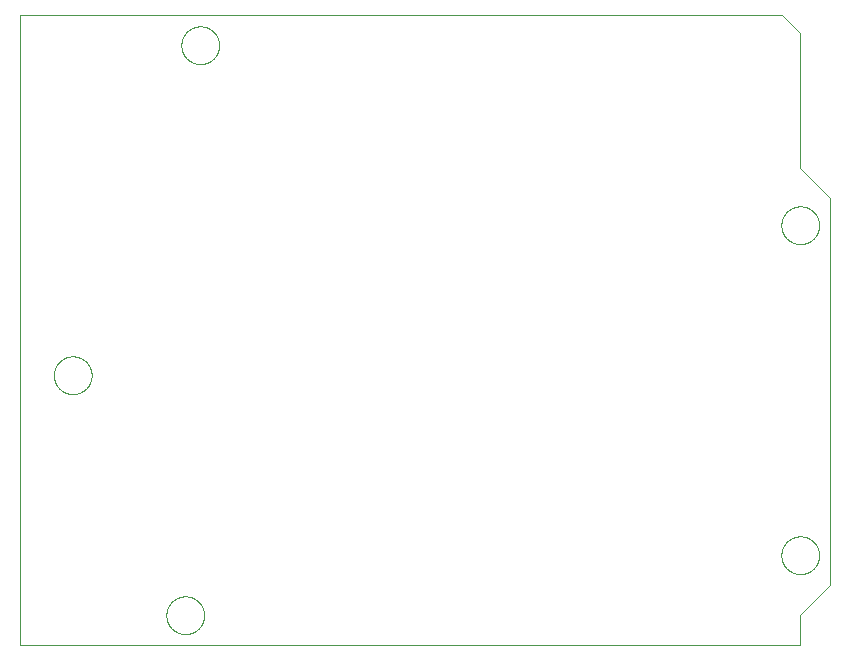
<source format=gko>
G04 This is an RS-274x file exported by *
G04 gerbv version 2.6.1 *
G04 More information is available about gerbv at *
G04 http://gerbv.geda-project.org/ *
G04 --End of header info--*
%MOIN*%
%FSLAX34Y34*%
%IPPOS*%
G04 --Define apertures--*
%ADD10C,0.0000*%
G04 --Start main section--*
G54D10*
G01X0002260Y0000500D02*
G01X0002260Y0021500D01*
G01X0002260Y0021500D02*
G01X0027660Y0021500D01*
G01X0027660Y0021500D02*
G01X0028260Y0020900D01*
G01X0028260Y0020900D02*
G01X0028260Y0016400D01*
G01X0028260Y0016400D02*
G01X0029260Y0015400D01*
G01X0029260Y0015400D02*
G01X0029260Y0002500D01*
G01X0029260Y0002500D02*
G01X0028260Y0001500D01*
G01X0028260Y0001500D02*
G01X0028260Y0000500D01*
G01X0028260Y0000500D02*
G01X0002260Y0000500D01*
G01X0007130Y0001500D02*
G01X0007130Y0001516D01*
G01X0007130Y0001516D02*
G01X0007130Y0001532D01*
G01X0007130Y0001532D02*
G01X0007131Y0001547D01*
G01X0007131Y0001547D02*
G01X0007133Y0001563D01*
G01X0007133Y0001563D02*
G01X0007135Y0001579D01*
G01X0007135Y0001579D02*
G01X0007137Y0001595D01*
G01X0007137Y0001595D02*
G01X0007139Y0001610D01*
G01X0007139Y0001610D02*
G01X0007142Y0001626D01*
G01X0007142Y0001626D02*
G01X0007146Y0001641D01*
G01X0007146Y0001641D02*
G01X0007149Y0001657D01*
G01X0007149Y0001657D02*
G01X0007154Y0001672D01*
G01X0007154Y0001672D02*
G01X0007158Y0001687D01*
G01X0007158Y0001687D02*
G01X0007163Y0001702D01*
G01X0007163Y0001702D02*
G01X0007168Y0001717D01*
G01X0007168Y0001717D02*
G01X0007174Y0001732D01*
G01X0007174Y0001732D02*
G01X0007180Y0001747D01*
G01X0007180Y0001747D02*
G01X0007186Y0001761D01*
G01X0007186Y0001761D02*
G01X0007193Y0001775D01*
G01X0007193Y0001775D02*
G01X0007200Y0001790D01*
G01X0007200Y0001790D02*
G01X0007208Y0001804D01*
G01X0007208Y0001804D02*
G01X0007215Y0001817D01*
G01X0007215Y0001817D02*
G01X0007224Y0001831D01*
G01X0007224Y0001831D02*
G01X0007232Y0001844D01*
G01X0007232Y0001844D02*
G01X0007241Y0001857D01*
G01X0007241Y0001857D02*
G01X0007250Y0001870D01*
G01X0007250Y0001870D02*
G01X0007259Y0001883D01*
G01X0007259Y0001883D02*
G01X0007269Y0001895D01*
G01X0007269Y0001895D02*
G01X0007279Y0001908D01*
G01X0007279Y0001908D02*
G01X0007290Y0001920D01*
G01X0007290Y0001920D02*
G01X0007300Y0001931D01*
G01X0007300Y0001931D02*
G01X0007311Y0001943D01*
G01X0007311Y0001943D02*
G01X0007323Y0001954D01*
G01X0007323Y0001954D02*
G01X0007334Y0001965D01*
G01X0007334Y0001965D02*
G01X0007346Y0001975D01*
G01X0007346Y0001975D02*
G01X0007358Y0001985D01*
G01X0007358Y0001985D02*
G01X0007370Y0001995D01*
G01X0007370Y0001995D02*
G01X0007383Y0002005D01*
G01X0007383Y0002005D02*
G01X0007396Y0002014D01*
G01X0007396Y0002014D02*
G01X0007409Y0002023D01*
G01X0007409Y0002023D02*
G01X0007422Y0002032D01*
G01X0007422Y0002032D02*
G01X0007436Y0002040D01*
G01X0007436Y0002040D02*
G01X0007449Y0002048D01*
G01X0007449Y0002048D02*
G01X0007463Y0002056D01*
G01X0007463Y0002056D02*
G01X0007477Y0002063D01*
G01X0007477Y0002063D02*
G01X0007491Y0002070D01*
G01X0007491Y0002070D02*
G01X0007506Y0002077D01*
G01X0007506Y0002077D02*
G01X0007520Y0002083D01*
G01X0007520Y0002083D02*
G01X0007535Y0002089D01*
G01X0007535Y0002089D02*
G01X0007550Y0002094D01*
G01X0007550Y0002094D02*
G01X0007565Y0002099D01*
G01X0007565Y0002099D02*
G01X0007580Y0002104D01*
G01X0007580Y0002104D02*
G01X0007595Y0002108D01*
G01X0007595Y0002108D02*
G01X0007611Y0002112D01*
G01X0007611Y0002112D02*
G01X0007626Y0002116D01*
G01X0007626Y0002116D02*
G01X0007642Y0002119D01*
G01X0007642Y0002119D02*
G01X0007657Y0002122D01*
G01X0007657Y0002122D02*
G01X0007673Y0002124D01*
G01X0007673Y0002124D02*
G01X0007688Y0002126D01*
G01X0007688Y0002126D02*
G01X0007704Y0002128D01*
G01X0007704Y0002128D02*
G01X0007720Y0002129D01*
G01X0007720Y0002129D02*
G01X0007736Y0002130D01*
G01X0007736Y0002130D02*
G01X0007752Y0002130D01*
G01X0007752Y0002130D02*
G01X0007767Y0002130D01*
G01X0007767Y0002130D02*
G01X0007783Y0002130D01*
G01X0007783Y0002130D02*
G01X0007799Y0002129D01*
G01X0007799Y0002129D02*
G01X0007815Y0002128D01*
G01X0007815Y0002128D02*
G01X0007831Y0002126D01*
G01X0007831Y0002126D02*
G01X0007846Y0002124D01*
G01X0007846Y0002124D02*
G01X0007862Y0002122D01*
G01X0007862Y0002122D02*
G01X0007877Y0002119D01*
G01X0007877Y0002119D02*
G01X0007893Y0002116D01*
G01X0007893Y0002116D02*
G01X0007909Y0002112D01*
G01X0007909Y0002112D02*
G01X0007924Y0002108D01*
G01X0007924Y0002108D02*
G01X0007939Y0002104D01*
G01X0007939Y0002104D02*
G01X0007954Y0002099D01*
G01X0007954Y0002099D02*
G01X0007969Y0002094D01*
G01X0007969Y0002094D02*
G01X0007984Y0002089D01*
G01X0007984Y0002089D02*
G01X0007999Y0002083D01*
G01X0007999Y0002083D02*
G01X0008013Y0002077D01*
G01X0008013Y0002077D02*
G01X0008028Y0002070D01*
G01X0008028Y0002070D02*
G01X0008042Y0002063D01*
G01X0008042Y0002063D02*
G01X0008056Y0002056D01*
G01X0008056Y0002056D02*
G01X0008070Y0002048D01*
G01X0008070Y0002048D02*
G01X0008084Y0002040D01*
G01X0008084Y0002040D02*
G01X0008097Y0002032D01*
G01X0008097Y0002032D02*
G01X0008110Y0002023D01*
G01X0008110Y0002023D02*
G01X0008123Y0002014D01*
G01X0008123Y0002014D02*
G01X0008136Y0002005D01*
G01X0008136Y0002005D02*
G01X0008149Y0001995D01*
G01X0008149Y0001995D02*
G01X0008161Y0001985D01*
G01X0008161Y0001985D02*
G01X0008173Y0001975D01*
G01X0008173Y0001975D02*
G01X0008185Y0001965D01*
G01X0008185Y0001965D02*
G01X0008196Y0001954D01*
G01X0008196Y0001954D02*
G01X0008208Y0001943D01*
G01X0008208Y0001943D02*
G01X0008219Y0001931D01*
G01X0008219Y0001931D02*
G01X0008229Y0001920D01*
G01X0008229Y0001920D02*
G01X0008240Y0001908D01*
G01X0008240Y0001908D02*
G01X0008250Y0001895D01*
G01X0008250Y0001895D02*
G01X0008260Y0001883D01*
G01X0008260Y0001883D02*
G01X0008269Y0001870D01*
G01X0008269Y0001870D02*
G01X0008278Y0001857D01*
G01X0008278Y0001857D02*
G01X0008287Y0001844D01*
G01X0008287Y0001844D02*
G01X0008296Y0001831D01*
G01X0008296Y0001831D02*
G01X0008304Y0001817D01*
G01X0008304Y0001817D02*
G01X0008312Y0001804D01*
G01X0008312Y0001804D02*
G01X0008319Y0001790D01*
G01X0008319Y0001790D02*
G01X0008326Y0001775D01*
G01X0008326Y0001775D02*
G01X0008333Y0001761D01*
G01X0008333Y0001761D02*
G01X0008339Y0001747D01*
G01X0008339Y0001747D02*
G01X0008345Y0001732D01*
G01X0008345Y0001732D02*
G01X0008351Y0001717D01*
G01X0008351Y0001717D02*
G01X0008356Y0001702D01*
G01X0008356Y0001702D02*
G01X0008361Y0001687D01*
G01X0008361Y0001687D02*
G01X0008366Y0001672D01*
G01X0008366Y0001672D02*
G01X0008370Y0001657D01*
G01X0008370Y0001657D02*
G01X0008373Y0001641D01*
G01X0008373Y0001641D02*
G01X0008377Y0001626D01*
G01X0008377Y0001626D02*
G01X0008380Y0001610D01*
G01X0008380Y0001610D02*
G01X0008382Y0001595D01*
G01X0008382Y0001595D02*
G01X0008384Y0001579D01*
G01X0008384Y0001579D02*
G01X0008386Y0001563D01*
G01X0008386Y0001563D02*
G01X0008388Y0001547D01*
G01X0008388Y0001547D02*
G01X0008389Y0001532D01*
G01X0008389Y0001532D02*
G01X0008389Y0001516D01*
G01X0008389Y0001516D02*
G01X0008389Y0001500D01*
G01X0008389Y0001500D02*
G01X0008389Y0001484D01*
G01X0008389Y0001484D02*
G01X0008389Y0001468D01*
G01X0008389Y0001468D02*
G01X0008388Y0001453D01*
G01X0008388Y0001453D02*
G01X0008386Y0001437D01*
G01X0008386Y0001437D02*
G01X0008384Y0001421D01*
G01X0008384Y0001421D02*
G01X0008382Y0001405D01*
G01X0008382Y0001405D02*
G01X0008380Y0001390D01*
G01X0008380Y0001390D02*
G01X0008377Y0001374D01*
G01X0008377Y0001374D02*
G01X0008373Y0001359D01*
G01X0008373Y0001359D02*
G01X0008370Y0001343D01*
G01X0008370Y0001343D02*
G01X0008366Y0001328D01*
G01X0008366Y0001328D02*
G01X0008361Y0001313D01*
G01X0008361Y0001313D02*
G01X0008356Y0001298D01*
G01X0008356Y0001298D02*
G01X0008351Y0001283D01*
G01X0008351Y0001283D02*
G01X0008345Y0001268D01*
G01X0008345Y0001268D02*
G01X0008339Y0001254D01*
G01X0008339Y0001254D02*
G01X0008333Y0001239D01*
G01X0008333Y0001239D02*
G01X0008326Y0001225D01*
G01X0008326Y0001225D02*
G01X0008319Y0001211D01*
G01X0008319Y0001211D02*
G01X0008312Y0001197D01*
G01X0008312Y0001197D02*
G01X0008304Y0001183D01*
G01X0008304Y0001183D02*
G01X0008296Y0001169D01*
G01X0008296Y0001169D02*
G01X0008287Y0001156D01*
G01X0008287Y0001156D02*
G01X0008278Y0001143D01*
G01X0008278Y0001143D02*
G01X0008269Y0001130D01*
G01X0008269Y0001130D02*
G01X0008260Y0001117D01*
G01X0008260Y0001117D02*
G01X0008250Y0001105D01*
G01X0008250Y0001105D02*
G01X0008240Y0001092D01*
G01X0008240Y0001092D02*
G01X0008229Y0001081D01*
G01X0008229Y0001081D02*
G01X0008219Y0001069D01*
G01X0008219Y0001069D02*
G01X0008208Y0001057D01*
G01X0008208Y0001057D02*
G01X0008196Y0001046D01*
G01X0008196Y0001046D02*
G01X0008185Y0001035D01*
G01X0008185Y0001035D02*
G01X0008173Y0001025D01*
G01X0008173Y0001025D02*
G01X0008161Y0001015D01*
G01X0008161Y0001015D02*
G01X0008149Y0001005D01*
G01X0008149Y0001005D02*
G01X0008136Y0000995D01*
G01X0008136Y0000995D02*
G01X0008123Y0000986D01*
G01X0008123Y0000986D02*
G01X0008110Y0000977D01*
G01X0008110Y0000977D02*
G01X0008097Y0000968D01*
G01X0008097Y0000968D02*
G01X0008084Y0000960D01*
G01X0008084Y0000960D02*
G01X0008070Y0000952D01*
G01X0008070Y0000952D02*
G01X0008056Y0000944D01*
G01X0008056Y0000944D02*
G01X0008042Y0000937D01*
G01X0008042Y0000937D02*
G01X0008028Y0000930D01*
G01X0008028Y0000930D02*
G01X0008013Y0000924D01*
G01X0008013Y0000924D02*
G01X0007999Y0000917D01*
G01X0007999Y0000917D02*
G01X0007984Y0000912D01*
G01X0007984Y0000912D02*
G01X0007969Y0000906D01*
G01X0007969Y0000906D02*
G01X0007954Y0000901D01*
G01X0007954Y0000901D02*
G01X0007939Y0000896D01*
G01X0007939Y0000896D02*
G01X0007924Y0000892D01*
G01X0007924Y0000892D02*
G01X0007909Y0000888D01*
G01X0007909Y0000888D02*
G01X0007893Y0000884D01*
G01X0007893Y0000884D02*
G01X0007877Y0000881D01*
G01X0007877Y0000881D02*
G01X0007862Y0000879D01*
G01X0007862Y0000879D02*
G01X0007846Y0000876D01*
G01X0007846Y0000876D02*
G01X0007831Y0000874D01*
G01X0007831Y0000874D02*
G01X0007815Y0000872D01*
G01X0007815Y0000872D02*
G01X0007799Y0000871D01*
G01X0007799Y0000871D02*
G01X0007783Y0000871D01*
G01X0007783Y0000871D02*
G01X0007767Y0000870D01*
G01X0007767Y0000870D02*
G01X0007752Y0000870D01*
G01X0007752Y0000870D02*
G01X0007736Y0000871D01*
G01X0007736Y0000871D02*
G01X0007720Y0000871D01*
G01X0007720Y0000871D02*
G01X0007704Y0000872D01*
G01X0007704Y0000872D02*
G01X0007688Y0000874D01*
G01X0007688Y0000874D02*
G01X0007673Y0000876D01*
G01X0007673Y0000876D02*
G01X0007657Y0000879D01*
G01X0007657Y0000879D02*
G01X0007642Y0000881D01*
G01X0007642Y0000881D02*
G01X0007626Y0000884D01*
G01X0007626Y0000884D02*
G01X0007611Y0000888D01*
G01X0007611Y0000888D02*
G01X0007595Y0000892D01*
G01X0007595Y0000892D02*
G01X0007580Y0000896D01*
G01X0007580Y0000896D02*
G01X0007565Y0000901D01*
G01X0007565Y0000901D02*
G01X0007550Y0000906D01*
G01X0007550Y0000906D02*
G01X0007535Y0000912D01*
G01X0007535Y0000912D02*
G01X0007520Y0000917D01*
G01X0007520Y0000917D02*
G01X0007506Y0000924D01*
G01X0007506Y0000924D02*
G01X0007491Y0000930D01*
G01X0007491Y0000930D02*
G01X0007477Y0000937D01*
G01X0007477Y0000937D02*
G01X0007463Y0000944D01*
G01X0007463Y0000944D02*
G01X0007449Y0000952D01*
G01X0007449Y0000952D02*
G01X0007436Y0000960D01*
G01X0007436Y0000960D02*
G01X0007422Y0000968D01*
G01X0007422Y0000968D02*
G01X0007409Y0000977D01*
G01X0007409Y0000977D02*
G01X0007396Y0000986D01*
G01X0007396Y0000986D02*
G01X0007383Y0000995D01*
G01X0007383Y0000995D02*
G01X0007370Y0001005D01*
G01X0007370Y0001005D02*
G01X0007358Y0001015D01*
G01X0007358Y0001015D02*
G01X0007346Y0001025D01*
G01X0007346Y0001025D02*
G01X0007334Y0001035D01*
G01X0007334Y0001035D02*
G01X0007323Y0001046D01*
G01X0007323Y0001046D02*
G01X0007311Y0001057D01*
G01X0007311Y0001057D02*
G01X0007300Y0001069D01*
G01X0007300Y0001069D02*
G01X0007290Y0001081D01*
G01X0007290Y0001081D02*
G01X0007279Y0001092D01*
G01X0007279Y0001092D02*
G01X0007269Y0001105D01*
G01X0007269Y0001105D02*
G01X0007259Y0001117D01*
G01X0007259Y0001117D02*
G01X0007250Y0001130D01*
G01X0007250Y0001130D02*
G01X0007241Y0001143D01*
G01X0007241Y0001143D02*
G01X0007232Y0001156D01*
G01X0007232Y0001156D02*
G01X0007224Y0001169D01*
G01X0007224Y0001169D02*
G01X0007215Y0001183D01*
G01X0007215Y0001183D02*
G01X0007208Y0001197D01*
G01X0007208Y0001197D02*
G01X0007200Y0001211D01*
G01X0007200Y0001211D02*
G01X0007193Y0001225D01*
G01X0007193Y0001225D02*
G01X0007186Y0001239D01*
G01X0007186Y0001239D02*
G01X0007180Y0001254D01*
G01X0007180Y0001254D02*
G01X0007174Y0001268D01*
G01X0007174Y0001268D02*
G01X0007168Y0001283D01*
G01X0007168Y0001283D02*
G01X0007163Y0001298D01*
G01X0007163Y0001298D02*
G01X0007158Y0001313D01*
G01X0007158Y0001313D02*
G01X0007154Y0001328D01*
G01X0007154Y0001328D02*
G01X0007149Y0001343D01*
G01X0007149Y0001343D02*
G01X0007146Y0001359D01*
G01X0007146Y0001359D02*
G01X0007142Y0001374D01*
G01X0007142Y0001374D02*
G01X0007139Y0001390D01*
G01X0007139Y0001390D02*
G01X0007137Y0001405D01*
G01X0007137Y0001405D02*
G01X0007135Y0001421D01*
G01X0007135Y0001421D02*
G01X0007133Y0001437D01*
G01X0007133Y0001437D02*
G01X0007131Y0001453D01*
G01X0007131Y0001453D02*
G01X0007130Y0001468D01*
G01X0007130Y0001468D02*
G01X0007130Y0001484D01*
G01X0007130Y0001484D02*
G01X0007130Y0001500D01*
G01X0003380Y0009500D02*
G01X0003380Y0009516D01*
G01X0003380Y0009516D02*
G01X0003380Y0009532D01*
G01X0003380Y0009532D02*
G01X0003381Y0009547D01*
G01X0003381Y0009547D02*
G01X0003383Y0009563D01*
G01X0003383Y0009563D02*
G01X0003385Y0009579D01*
G01X0003385Y0009579D02*
G01X0003387Y0009595D01*
G01X0003387Y0009595D02*
G01X0003389Y0009610D01*
G01X0003389Y0009610D02*
G01X0003392Y0009626D01*
G01X0003392Y0009626D02*
G01X0003396Y0009641D01*
G01X0003396Y0009641D02*
G01X0003399Y0009657D01*
G01X0003399Y0009657D02*
G01X0003404Y0009672D01*
G01X0003404Y0009672D02*
G01X0003408Y0009687D01*
G01X0003408Y0009687D02*
G01X0003413Y0009702D01*
G01X0003413Y0009702D02*
G01X0003418Y0009717D01*
G01X0003418Y0009717D02*
G01X0003424Y0009732D01*
G01X0003424Y0009732D02*
G01X0003430Y0009747D01*
G01X0003430Y0009747D02*
G01X0003436Y0009761D01*
G01X0003436Y0009761D02*
G01X0003443Y0009775D01*
G01X0003443Y0009775D02*
G01X0003450Y0009790D01*
G01X0003450Y0009790D02*
G01X0003458Y0009804D01*
G01X0003458Y0009804D02*
G01X0003465Y0009817D01*
G01X0003465Y0009817D02*
G01X0003474Y0009831D01*
G01X0003474Y0009831D02*
G01X0003482Y0009844D01*
G01X0003482Y0009844D02*
G01X0003491Y0009857D01*
G01X0003491Y0009857D02*
G01X0003500Y0009870D01*
G01X0003500Y0009870D02*
G01X0003509Y0009883D01*
G01X0003509Y0009883D02*
G01X0003519Y0009895D01*
G01X0003519Y0009895D02*
G01X0003529Y0009908D01*
G01X0003529Y0009908D02*
G01X0003540Y0009920D01*
G01X0003540Y0009920D02*
G01X0003550Y0009931D01*
G01X0003550Y0009931D02*
G01X0003561Y0009943D01*
G01X0003561Y0009943D02*
G01X0003573Y0009954D01*
G01X0003573Y0009954D02*
G01X0003584Y0009965D01*
G01X0003584Y0009965D02*
G01X0003596Y0009975D01*
G01X0003596Y0009975D02*
G01X0003608Y0009985D01*
G01X0003608Y0009985D02*
G01X0003620Y0009995D01*
G01X0003620Y0009995D02*
G01X0003633Y0010005D01*
G01X0003633Y0010005D02*
G01X0003646Y0010014D01*
G01X0003646Y0010014D02*
G01X0003659Y0010023D01*
G01X0003659Y0010023D02*
G01X0003672Y0010032D01*
G01X0003672Y0010032D02*
G01X0003686Y0010040D01*
G01X0003686Y0010040D02*
G01X0003699Y0010048D01*
G01X0003699Y0010048D02*
G01X0003713Y0010056D01*
G01X0003713Y0010056D02*
G01X0003727Y0010063D01*
G01X0003727Y0010063D02*
G01X0003741Y0010070D01*
G01X0003741Y0010070D02*
G01X0003756Y0010077D01*
G01X0003756Y0010077D02*
G01X0003770Y0010083D01*
G01X0003770Y0010083D02*
G01X0003785Y0010089D01*
G01X0003785Y0010089D02*
G01X0003800Y0010094D01*
G01X0003800Y0010094D02*
G01X0003815Y0010099D01*
G01X0003815Y0010099D02*
G01X0003830Y0010104D01*
G01X0003830Y0010104D02*
G01X0003845Y0010108D01*
G01X0003845Y0010108D02*
G01X0003861Y0010112D01*
G01X0003861Y0010112D02*
G01X0003876Y0010116D01*
G01X0003876Y0010116D02*
G01X0003892Y0010119D01*
G01X0003892Y0010119D02*
G01X0003907Y0010122D01*
G01X0003907Y0010122D02*
G01X0003923Y0010124D01*
G01X0003923Y0010124D02*
G01X0003938Y0010126D01*
G01X0003938Y0010126D02*
G01X0003954Y0010128D01*
G01X0003954Y0010128D02*
G01X0003970Y0010129D01*
G01X0003970Y0010129D02*
G01X0003986Y0010130D01*
G01X0003986Y0010130D02*
G01X0004002Y0010130D01*
G01X0004002Y0010130D02*
G01X0004017Y0010130D01*
G01X0004017Y0010130D02*
G01X0004033Y0010130D01*
G01X0004033Y0010130D02*
G01X0004049Y0010129D01*
G01X0004049Y0010129D02*
G01X0004065Y0010128D01*
G01X0004065Y0010128D02*
G01X0004081Y0010126D01*
G01X0004081Y0010126D02*
G01X0004096Y0010124D01*
G01X0004096Y0010124D02*
G01X0004112Y0010122D01*
G01X0004112Y0010122D02*
G01X0004128Y0010119D01*
G01X0004128Y0010119D02*
G01X0004143Y0010116D01*
G01X0004143Y0010116D02*
G01X0004159Y0010112D01*
G01X0004159Y0010112D02*
G01X0004174Y0010108D01*
G01X0004174Y0010108D02*
G01X0004189Y0010104D01*
G01X0004189Y0010104D02*
G01X0004204Y0010099D01*
G01X0004204Y0010099D02*
G01X0004219Y0010094D01*
G01X0004219Y0010094D02*
G01X0004234Y0010089D01*
G01X0004234Y0010089D02*
G01X0004249Y0010083D01*
G01X0004249Y0010083D02*
G01X0004263Y0010077D01*
G01X0004263Y0010077D02*
G01X0004278Y0010070D01*
G01X0004278Y0010070D02*
G01X0004292Y0010063D01*
G01X0004292Y0010063D02*
G01X0004306Y0010056D01*
G01X0004306Y0010056D02*
G01X0004320Y0010048D01*
G01X0004320Y0010048D02*
G01X0004334Y0010040D01*
G01X0004334Y0010040D02*
G01X0004347Y0010032D01*
G01X0004347Y0010032D02*
G01X0004360Y0010023D01*
G01X0004360Y0010023D02*
G01X0004373Y0010014D01*
G01X0004373Y0010014D02*
G01X0004386Y0010005D01*
G01X0004386Y0010005D02*
G01X0004399Y0009995D01*
G01X0004399Y0009995D02*
G01X0004411Y0009985D01*
G01X0004411Y0009985D02*
G01X0004423Y0009975D01*
G01X0004423Y0009975D02*
G01X0004435Y0009965D01*
G01X0004435Y0009965D02*
G01X0004446Y0009954D01*
G01X0004446Y0009954D02*
G01X0004458Y0009943D01*
G01X0004458Y0009943D02*
G01X0004469Y0009931D01*
G01X0004469Y0009931D02*
G01X0004479Y0009920D01*
G01X0004479Y0009920D02*
G01X0004490Y0009908D01*
G01X0004490Y0009908D02*
G01X0004500Y0009895D01*
G01X0004500Y0009895D02*
G01X0004510Y0009883D01*
G01X0004510Y0009883D02*
G01X0004519Y0009870D01*
G01X0004519Y0009870D02*
G01X0004528Y0009857D01*
G01X0004528Y0009857D02*
G01X0004537Y0009844D01*
G01X0004537Y0009844D02*
G01X0004546Y0009831D01*
G01X0004546Y0009831D02*
G01X0004554Y0009817D01*
G01X0004554Y0009817D02*
G01X0004562Y0009804D01*
G01X0004562Y0009804D02*
G01X0004569Y0009790D01*
G01X0004569Y0009790D02*
G01X0004576Y0009775D01*
G01X0004576Y0009775D02*
G01X0004583Y0009761D01*
G01X0004583Y0009761D02*
G01X0004589Y0009747D01*
G01X0004589Y0009747D02*
G01X0004595Y0009732D01*
G01X0004595Y0009732D02*
G01X0004601Y0009717D01*
G01X0004601Y0009717D02*
G01X0004606Y0009702D01*
G01X0004606Y0009702D02*
G01X0004611Y0009687D01*
G01X0004611Y0009687D02*
G01X0004616Y0009672D01*
G01X0004616Y0009672D02*
G01X0004620Y0009657D01*
G01X0004620Y0009657D02*
G01X0004623Y0009641D01*
G01X0004623Y0009641D02*
G01X0004627Y0009626D01*
G01X0004627Y0009626D02*
G01X0004630Y0009610D01*
G01X0004630Y0009610D02*
G01X0004632Y0009595D01*
G01X0004632Y0009595D02*
G01X0004634Y0009579D01*
G01X0004634Y0009579D02*
G01X0004636Y0009563D01*
G01X0004636Y0009563D02*
G01X0004638Y0009547D01*
G01X0004638Y0009547D02*
G01X0004639Y0009532D01*
G01X0004639Y0009532D02*
G01X0004639Y0009516D01*
G01X0004639Y0009516D02*
G01X0004639Y0009500D01*
G01X0004639Y0009500D02*
G01X0004639Y0009484D01*
G01X0004639Y0009484D02*
G01X0004639Y0009468D01*
G01X0004639Y0009468D02*
G01X0004638Y0009453D01*
G01X0004638Y0009453D02*
G01X0004636Y0009437D01*
G01X0004636Y0009437D02*
G01X0004634Y0009421D01*
G01X0004634Y0009421D02*
G01X0004632Y0009405D01*
G01X0004632Y0009405D02*
G01X0004630Y0009390D01*
G01X0004630Y0009390D02*
G01X0004627Y0009374D01*
G01X0004627Y0009374D02*
G01X0004623Y0009359D01*
G01X0004623Y0009359D02*
G01X0004620Y0009343D01*
G01X0004620Y0009343D02*
G01X0004616Y0009328D01*
G01X0004616Y0009328D02*
G01X0004611Y0009313D01*
G01X0004611Y0009313D02*
G01X0004606Y0009298D01*
G01X0004606Y0009298D02*
G01X0004601Y0009283D01*
G01X0004601Y0009283D02*
G01X0004595Y0009268D01*
G01X0004595Y0009268D02*
G01X0004589Y0009254D01*
G01X0004589Y0009254D02*
G01X0004583Y0009239D01*
G01X0004583Y0009239D02*
G01X0004576Y0009225D01*
G01X0004576Y0009225D02*
G01X0004569Y0009211D01*
G01X0004569Y0009211D02*
G01X0004562Y0009197D01*
G01X0004562Y0009197D02*
G01X0004554Y0009183D01*
G01X0004554Y0009183D02*
G01X0004546Y0009169D01*
G01X0004546Y0009169D02*
G01X0004537Y0009156D01*
G01X0004537Y0009156D02*
G01X0004528Y0009143D01*
G01X0004528Y0009143D02*
G01X0004519Y0009130D01*
G01X0004519Y0009130D02*
G01X0004510Y0009117D01*
G01X0004510Y0009117D02*
G01X0004500Y0009105D01*
G01X0004500Y0009105D02*
G01X0004490Y0009092D01*
G01X0004490Y0009092D02*
G01X0004479Y0009081D01*
G01X0004479Y0009081D02*
G01X0004469Y0009069D01*
G01X0004469Y0009069D02*
G01X0004458Y0009057D01*
G01X0004458Y0009057D02*
G01X0004446Y0009046D01*
G01X0004446Y0009046D02*
G01X0004435Y0009035D01*
G01X0004435Y0009035D02*
G01X0004423Y0009025D01*
G01X0004423Y0009025D02*
G01X0004411Y0009015D01*
G01X0004411Y0009015D02*
G01X0004399Y0009005D01*
G01X0004399Y0009005D02*
G01X0004386Y0008995D01*
G01X0004386Y0008995D02*
G01X0004373Y0008986D01*
G01X0004373Y0008986D02*
G01X0004360Y0008977D01*
G01X0004360Y0008977D02*
G01X0004347Y0008968D01*
G01X0004347Y0008968D02*
G01X0004334Y0008960D01*
G01X0004334Y0008960D02*
G01X0004320Y0008952D01*
G01X0004320Y0008952D02*
G01X0004306Y0008944D01*
G01X0004306Y0008944D02*
G01X0004292Y0008937D01*
G01X0004292Y0008937D02*
G01X0004278Y0008930D01*
G01X0004278Y0008930D02*
G01X0004263Y0008924D01*
G01X0004263Y0008924D02*
G01X0004249Y0008917D01*
G01X0004249Y0008917D02*
G01X0004234Y0008912D01*
G01X0004234Y0008912D02*
G01X0004219Y0008906D01*
G01X0004219Y0008906D02*
G01X0004204Y0008901D01*
G01X0004204Y0008901D02*
G01X0004189Y0008896D01*
G01X0004189Y0008896D02*
G01X0004174Y0008892D01*
G01X0004174Y0008892D02*
G01X0004159Y0008888D01*
G01X0004159Y0008888D02*
G01X0004143Y0008884D01*
G01X0004143Y0008884D02*
G01X0004128Y0008881D01*
G01X0004128Y0008881D02*
G01X0004112Y0008879D01*
G01X0004112Y0008879D02*
G01X0004096Y0008876D01*
G01X0004096Y0008876D02*
G01X0004081Y0008874D01*
G01X0004081Y0008874D02*
G01X0004065Y0008873D01*
G01X0004065Y0008873D02*
G01X0004049Y0008871D01*
G01X0004049Y0008871D02*
G01X0004033Y0008871D01*
G01X0004033Y0008871D02*
G01X0004017Y0008870D01*
G01X0004017Y0008870D02*
G01X0004002Y0008870D01*
G01X0004002Y0008870D02*
G01X0003986Y0008871D01*
G01X0003986Y0008871D02*
G01X0003970Y0008871D01*
G01X0003970Y0008871D02*
G01X0003954Y0008873D01*
G01X0003954Y0008873D02*
G01X0003938Y0008874D01*
G01X0003938Y0008874D02*
G01X0003923Y0008876D01*
G01X0003923Y0008876D02*
G01X0003907Y0008879D01*
G01X0003907Y0008879D02*
G01X0003892Y0008881D01*
G01X0003892Y0008881D02*
G01X0003876Y0008884D01*
G01X0003876Y0008884D02*
G01X0003861Y0008888D01*
G01X0003861Y0008888D02*
G01X0003845Y0008892D01*
G01X0003845Y0008892D02*
G01X0003830Y0008896D01*
G01X0003830Y0008896D02*
G01X0003815Y0008901D01*
G01X0003815Y0008901D02*
G01X0003800Y0008906D01*
G01X0003800Y0008906D02*
G01X0003785Y0008912D01*
G01X0003785Y0008912D02*
G01X0003770Y0008917D01*
G01X0003770Y0008917D02*
G01X0003756Y0008924D01*
G01X0003756Y0008924D02*
G01X0003741Y0008930D01*
G01X0003741Y0008930D02*
G01X0003727Y0008937D01*
G01X0003727Y0008937D02*
G01X0003713Y0008944D01*
G01X0003713Y0008944D02*
G01X0003699Y0008952D01*
G01X0003699Y0008952D02*
G01X0003686Y0008960D01*
G01X0003686Y0008960D02*
G01X0003672Y0008968D01*
G01X0003672Y0008968D02*
G01X0003659Y0008977D01*
G01X0003659Y0008977D02*
G01X0003646Y0008986D01*
G01X0003646Y0008986D02*
G01X0003633Y0008995D01*
G01X0003633Y0008995D02*
G01X0003620Y0009005D01*
G01X0003620Y0009005D02*
G01X0003608Y0009015D01*
G01X0003608Y0009015D02*
G01X0003596Y0009025D01*
G01X0003596Y0009025D02*
G01X0003584Y0009035D01*
G01X0003584Y0009035D02*
G01X0003573Y0009046D01*
G01X0003573Y0009046D02*
G01X0003561Y0009057D01*
G01X0003561Y0009057D02*
G01X0003550Y0009069D01*
G01X0003550Y0009069D02*
G01X0003540Y0009081D01*
G01X0003540Y0009081D02*
G01X0003529Y0009092D01*
G01X0003529Y0009092D02*
G01X0003519Y0009105D01*
G01X0003519Y0009105D02*
G01X0003509Y0009117D01*
G01X0003509Y0009117D02*
G01X0003500Y0009130D01*
G01X0003500Y0009130D02*
G01X0003491Y0009143D01*
G01X0003491Y0009143D02*
G01X0003482Y0009156D01*
G01X0003482Y0009156D02*
G01X0003474Y0009169D01*
G01X0003474Y0009169D02*
G01X0003465Y0009183D01*
G01X0003465Y0009183D02*
G01X0003458Y0009197D01*
G01X0003458Y0009197D02*
G01X0003450Y0009211D01*
G01X0003450Y0009211D02*
G01X0003443Y0009225D01*
G01X0003443Y0009225D02*
G01X0003436Y0009239D01*
G01X0003436Y0009239D02*
G01X0003430Y0009254D01*
G01X0003430Y0009254D02*
G01X0003424Y0009268D01*
G01X0003424Y0009268D02*
G01X0003418Y0009283D01*
G01X0003418Y0009283D02*
G01X0003413Y0009298D01*
G01X0003413Y0009298D02*
G01X0003408Y0009313D01*
G01X0003408Y0009313D02*
G01X0003404Y0009328D01*
G01X0003404Y0009328D02*
G01X0003399Y0009343D01*
G01X0003399Y0009343D02*
G01X0003396Y0009359D01*
G01X0003396Y0009359D02*
G01X0003392Y0009374D01*
G01X0003392Y0009374D02*
G01X0003389Y0009390D01*
G01X0003389Y0009390D02*
G01X0003387Y0009405D01*
G01X0003387Y0009405D02*
G01X0003385Y0009421D01*
G01X0003385Y0009421D02*
G01X0003383Y0009437D01*
G01X0003383Y0009437D02*
G01X0003381Y0009453D01*
G01X0003381Y0009453D02*
G01X0003380Y0009468D01*
G01X0003380Y0009468D02*
G01X0003380Y0009484D01*
G01X0003380Y0009484D02*
G01X0003380Y0009500D01*
G01X0007630Y0020500D02*
G01X0007630Y0020516D01*
G01X0007630Y0020516D02*
G01X0007630Y0020532D01*
G01X0007630Y0020532D02*
G01X0007631Y0020547D01*
G01X0007631Y0020547D02*
G01X0007633Y0020563D01*
G01X0007633Y0020563D02*
G01X0007635Y0020579D01*
G01X0007635Y0020579D02*
G01X0007637Y0020595D01*
G01X0007637Y0020595D02*
G01X0007639Y0020610D01*
G01X0007639Y0020610D02*
G01X0007642Y0020626D01*
G01X0007642Y0020626D02*
G01X0007646Y0020641D01*
G01X0007646Y0020641D02*
G01X0007649Y0020657D01*
G01X0007649Y0020657D02*
G01X0007654Y0020672D01*
G01X0007654Y0020672D02*
G01X0007658Y0020687D01*
G01X0007658Y0020687D02*
G01X0007663Y0020702D01*
G01X0007663Y0020702D02*
G01X0007668Y0020717D01*
G01X0007668Y0020717D02*
G01X0007674Y0020732D01*
G01X0007674Y0020732D02*
G01X0007680Y0020747D01*
G01X0007680Y0020747D02*
G01X0007686Y0020761D01*
G01X0007686Y0020761D02*
G01X0007693Y0020775D01*
G01X0007693Y0020775D02*
G01X0007700Y0020790D01*
G01X0007700Y0020790D02*
G01X0007708Y0020804D01*
G01X0007708Y0020804D02*
G01X0007715Y0020817D01*
G01X0007715Y0020817D02*
G01X0007724Y0020831D01*
G01X0007724Y0020831D02*
G01X0007732Y0020844D01*
G01X0007732Y0020844D02*
G01X0007741Y0020857D01*
G01X0007741Y0020857D02*
G01X0007750Y0020870D01*
G01X0007750Y0020870D02*
G01X0007759Y0020883D01*
G01X0007759Y0020883D02*
G01X0007769Y0020895D01*
G01X0007769Y0020895D02*
G01X0007779Y0020908D01*
G01X0007779Y0020908D02*
G01X0007790Y0020920D01*
G01X0007790Y0020920D02*
G01X0007800Y0020931D01*
G01X0007800Y0020931D02*
G01X0007811Y0020943D01*
G01X0007811Y0020943D02*
G01X0007823Y0020954D01*
G01X0007823Y0020954D02*
G01X0007834Y0020965D01*
G01X0007834Y0020965D02*
G01X0007846Y0020975D01*
G01X0007846Y0020975D02*
G01X0007858Y0020985D01*
G01X0007858Y0020985D02*
G01X0007870Y0020995D01*
G01X0007870Y0020995D02*
G01X0007883Y0021005D01*
G01X0007883Y0021005D02*
G01X0007896Y0021014D01*
G01X0007896Y0021014D02*
G01X0007909Y0021023D01*
G01X0007909Y0021023D02*
G01X0007922Y0021032D01*
G01X0007922Y0021032D02*
G01X0007936Y0021040D01*
G01X0007936Y0021040D02*
G01X0007949Y0021048D01*
G01X0007949Y0021048D02*
G01X0007963Y0021056D01*
G01X0007963Y0021056D02*
G01X0007977Y0021063D01*
G01X0007977Y0021063D02*
G01X0007991Y0021070D01*
G01X0007991Y0021070D02*
G01X0008006Y0021077D01*
G01X0008006Y0021077D02*
G01X0008020Y0021083D01*
G01X0008020Y0021083D02*
G01X0008035Y0021089D01*
G01X0008035Y0021089D02*
G01X0008050Y0021094D01*
G01X0008050Y0021094D02*
G01X0008065Y0021099D01*
G01X0008065Y0021099D02*
G01X0008080Y0021104D01*
G01X0008080Y0021104D02*
G01X0008095Y0021108D01*
G01X0008095Y0021108D02*
G01X0008111Y0021112D01*
G01X0008111Y0021112D02*
G01X0008126Y0021116D01*
G01X0008126Y0021116D02*
G01X0008142Y0021119D01*
G01X0008142Y0021119D02*
G01X0008157Y0021122D01*
G01X0008157Y0021122D02*
G01X0008173Y0021124D01*
G01X0008173Y0021124D02*
G01X0008188Y0021126D01*
G01X0008188Y0021126D02*
G01X0008204Y0021128D01*
G01X0008204Y0021128D02*
G01X0008220Y0021129D01*
G01X0008220Y0021129D02*
G01X0008236Y0021130D01*
G01X0008236Y0021130D02*
G01X0008252Y0021130D01*
G01X0008252Y0021130D02*
G01X0008267Y0021130D01*
G01X0008267Y0021130D02*
G01X0008283Y0021130D01*
G01X0008283Y0021130D02*
G01X0008299Y0021129D01*
G01X0008299Y0021129D02*
G01X0008315Y0021128D01*
G01X0008315Y0021128D02*
G01X0008331Y0021126D01*
G01X0008331Y0021126D02*
G01X0008346Y0021124D01*
G01X0008346Y0021124D02*
G01X0008362Y0021122D01*
G01X0008362Y0021122D02*
G01X0008378Y0021119D01*
G01X0008378Y0021119D02*
G01X0008393Y0021116D01*
G01X0008393Y0021116D02*
G01X0008409Y0021112D01*
G01X0008409Y0021112D02*
G01X0008424Y0021108D01*
G01X0008424Y0021108D02*
G01X0008439Y0021104D01*
G01X0008439Y0021104D02*
G01X0008454Y0021099D01*
G01X0008454Y0021099D02*
G01X0008469Y0021094D01*
G01X0008469Y0021094D02*
G01X0008484Y0021089D01*
G01X0008484Y0021089D02*
G01X0008499Y0021083D01*
G01X0008499Y0021083D02*
G01X0008513Y0021077D01*
G01X0008513Y0021077D02*
G01X0008528Y0021070D01*
G01X0008528Y0021070D02*
G01X0008542Y0021063D01*
G01X0008542Y0021063D02*
G01X0008556Y0021056D01*
G01X0008556Y0021056D02*
G01X0008570Y0021048D01*
G01X0008570Y0021048D02*
G01X0008584Y0021040D01*
G01X0008584Y0021040D02*
G01X0008597Y0021032D01*
G01X0008597Y0021032D02*
G01X0008610Y0021023D01*
G01X0008610Y0021023D02*
G01X0008623Y0021014D01*
G01X0008623Y0021014D02*
G01X0008636Y0021005D01*
G01X0008636Y0021005D02*
G01X0008649Y0020995D01*
G01X0008649Y0020995D02*
G01X0008661Y0020985D01*
G01X0008661Y0020985D02*
G01X0008673Y0020975D01*
G01X0008673Y0020975D02*
G01X0008685Y0020965D01*
G01X0008685Y0020965D02*
G01X0008696Y0020954D01*
G01X0008696Y0020954D02*
G01X0008708Y0020943D01*
G01X0008708Y0020943D02*
G01X0008719Y0020931D01*
G01X0008719Y0020931D02*
G01X0008729Y0020920D01*
G01X0008729Y0020920D02*
G01X0008740Y0020908D01*
G01X0008740Y0020908D02*
G01X0008750Y0020895D01*
G01X0008750Y0020895D02*
G01X0008760Y0020883D01*
G01X0008760Y0020883D02*
G01X0008769Y0020870D01*
G01X0008769Y0020870D02*
G01X0008778Y0020857D01*
G01X0008778Y0020857D02*
G01X0008787Y0020844D01*
G01X0008787Y0020844D02*
G01X0008796Y0020831D01*
G01X0008796Y0020831D02*
G01X0008804Y0020817D01*
G01X0008804Y0020817D02*
G01X0008812Y0020804D01*
G01X0008812Y0020804D02*
G01X0008819Y0020790D01*
G01X0008819Y0020790D02*
G01X0008826Y0020775D01*
G01X0008826Y0020775D02*
G01X0008833Y0020761D01*
G01X0008833Y0020761D02*
G01X0008839Y0020747D01*
G01X0008839Y0020747D02*
G01X0008845Y0020732D01*
G01X0008845Y0020732D02*
G01X0008851Y0020717D01*
G01X0008851Y0020717D02*
G01X0008856Y0020702D01*
G01X0008856Y0020702D02*
G01X0008861Y0020687D01*
G01X0008861Y0020687D02*
G01X0008866Y0020672D01*
G01X0008866Y0020672D02*
G01X0008870Y0020657D01*
G01X0008870Y0020657D02*
G01X0008873Y0020641D01*
G01X0008873Y0020641D02*
G01X0008877Y0020626D01*
G01X0008877Y0020626D02*
G01X0008880Y0020610D01*
G01X0008880Y0020610D02*
G01X0008882Y0020595D01*
G01X0008882Y0020595D02*
G01X0008884Y0020579D01*
G01X0008884Y0020579D02*
G01X0008886Y0020563D01*
G01X0008886Y0020563D02*
G01X0008888Y0020547D01*
G01X0008888Y0020547D02*
G01X0008889Y0020532D01*
G01X0008889Y0020532D02*
G01X0008889Y0020516D01*
G01X0008889Y0020516D02*
G01X0008889Y0020500D01*
G01X0008889Y0020500D02*
G01X0008889Y0020484D01*
G01X0008889Y0020484D02*
G01X0008889Y0020468D01*
G01X0008889Y0020468D02*
G01X0008888Y0020453D01*
G01X0008888Y0020453D02*
G01X0008886Y0020437D01*
G01X0008886Y0020437D02*
G01X0008884Y0020421D01*
G01X0008884Y0020421D02*
G01X0008882Y0020405D01*
G01X0008882Y0020405D02*
G01X0008880Y0020390D01*
G01X0008880Y0020390D02*
G01X0008877Y0020374D01*
G01X0008877Y0020374D02*
G01X0008873Y0020359D01*
G01X0008873Y0020359D02*
G01X0008870Y0020343D01*
G01X0008870Y0020343D02*
G01X0008866Y0020328D01*
G01X0008866Y0020328D02*
G01X0008861Y0020313D01*
G01X0008861Y0020313D02*
G01X0008856Y0020298D01*
G01X0008856Y0020298D02*
G01X0008851Y0020283D01*
G01X0008851Y0020283D02*
G01X0008845Y0020268D01*
G01X0008845Y0020268D02*
G01X0008839Y0020254D01*
G01X0008839Y0020254D02*
G01X0008833Y0020239D01*
G01X0008833Y0020239D02*
G01X0008826Y0020225D01*
G01X0008826Y0020225D02*
G01X0008819Y0020210D01*
G01X0008819Y0020210D02*
G01X0008812Y0020197D01*
G01X0008812Y0020197D02*
G01X0008804Y0020183D01*
G01X0008804Y0020183D02*
G01X0008796Y0020169D01*
G01X0008796Y0020169D02*
G01X0008787Y0020156D01*
G01X0008787Y0020156D02*
G01X0008778Y0020143D01*
G01X0008778Y0020143D02*
G01X0008769Y0020130D01*
G01X0008769Y0020130D02*
G01X0008760Y0020117D01*
G01X0008760Y0020117D02*
G01X0008750Y0020105D01*
G01X0008750Y0020105D02*
G01X0008740Y0020092D01*
G01X0008740Y0020092D02*
G01X0008729Y0020081D01*
G01X0008729Y0020081D02*
G01X0008719Y0020069D01*
G01X0008719Y0020069D02*
G01X0008708Y0020057D01*
G01X0008708Y0020057D02*
G01X0008696Y0020046D01*
G01X0008696Y0020046D02*
G01X0008685Y0020035D01*
G01X0008685Y0020035D02*
G01X0008673Y0020025D01*
G01X0008673Y0020025D02*
G01X0008661Y0020015D01*
G01X0008661Y0020015D02*
G01X0008649Y0020005D01*
G01X0008649Y0020005D02*
G01X0008636Y0019995D01*
G01X0008636Y0019995D02*
G01X0008623Y0019986D01*
G01X0008623Y0019986D02*
G01X0008610Y0019977D01*
G01X0008610Y0019977D02*
G01X0008597Y0019968D01*
G01X0008597Y0019968D02*
G01X0008584Y0019960D01*
G01X0008584Y0019960D02*
G01X0008570Y0019952D01*
G01X0008570Y0019952D02*
G01X0008556Y0019944D01*
G01X0008556Y0019944D02*
G01X0008542Y0019937D01*
G01X0008542Y0019937D02*
G01X0008528Y0019930D01*
G01X0008528Y0019930D02*
G01X0008513Y0019924D01*
G01X0008513Y0019924D02*
G01X0008499Y0019917D01*
G01X0008499Y0019917D02*
G01X0008484Y0019912D01*
G01X0008484Y0019912D02*
G01X0008469Y0019906D01*
G01X0008469Y0019906D02*
G01X0008454Y0019901D01*
G01X0008454Y0019901D02*
G01X0008439Y0019896D01*
G01X0008439Y0019896D02*
G01X0008424Y0019892D01*
G01X0008424Y0019892D02*
G01X0008409Y0019888D01*
G01X0008409Y0019888D02*
G01X0008393Y0019884D01*
G01X0008393Y0019884D02*
G01X0008378Y0019881D01*
G01X0008378Y0019881D02*
G01X0008362Y0019879D01*
G01X0008362Y0019879D02*
G01X0008346Y0019876D01*
G01X0008346Y0019876D02*
G01X0008331Y0019874D01*
G01X0008331Y0019874D02*
G01X0008315Y0019873D01*
G01X0008315Y0019873D02*
G01X0008299Y0019871D01*
G01X0008299Y0019871D02*
G01X0008283Y0019871D01*
G01X0008283Y0019871D02*
G01X0008267Y0019870D01*
G01X0008267Y0019870D02*
G01X0008252Y0019870D01*
G01X0008252Y0019870D02*
G01X0008236Y0019871D01*
G01X0008236Y0019871D02*
G01X0008220Y0019871D01*
G01X0008220Y0019871D02*
G01X0008204Y0019873D01*
G01X0008204Y0019873D02*
G01X0008188Y0019874D01*
G01X0008188Y0019874D02*
G01X0008173Y0019876D01*
G01X0008173Y0019876D02*
G01X0008157Y0019879D01*
G01X0008157Y0019879D02*
G01X0008142Y0019881D01*
G01X0008142Y0019881D02*
G01X0008126Y0019884D01*
G01X0008126Y0019884D02*
G01X0008111Y0019888D01*
G01X0008111Y0019888D02*
G01X0008095Y0019892D01*
G01X0008095Y0019892D02*
G01X0008080Y0019896D01*
G01X0008080Y0019896D02*
G01X0008065Y0019901D01*
G01X0008065Y0019901D02*
G01X0008050Y0019906D01*
G01X0008050Y0019906D02*
G01X0008035Y0019912D01*
G01X0008035Y0019912D02*
G01X0008020Y0019917D01*
G01X0008020Y0019917D02*
G01X0008006Y0019924D01*
G01X0008006Y0019924D02*
G01X0007991Y0019930D01*
G01X0007991Y0019930D02*
G01X0007977Y0019937D01*
G01X0007977Y0019937D02*
G01X0007963Y0019944D01*
G01X0007963Y0019944D02*
G01X0007949Y0019952D01*
G01X0007949Y0019952D02*
G01X0007936Y0019960D01*
G01X0007936Y0019960D02*
G01X0007922Y0019968D01*
G01X0007922Y0019968D02*
G01X0007909Y0019977D01*
G01X0007909Y0019977D02*
G01X0007896Y0019986D01*
G01X0007896Y0019986D02*
G01X0007883Y0019995D01*
G01X0007883Y0019995D02*
G01X0007870Y0020005D01*
G01X0007870Y0020005D02*
G01X0007858Y0020015D01*
G01X0007858Y0020015D02*
G01X0007846Y0020025D01*
G01X0007846Y0020025D02*
G01X0007834Y0020035D01*
G01X0007834Y0020035D02*
G01X0007823Y0020046D01*
G01X0007823Y0020046D02*
G01X0007811Y0020057D01*
G01X0007811Y0020057D02*
G01X0007800Y0020069D01*
G01X0007800Y0020069D02*
G01X0007790Y0020081D01*
G01X0007790Y0020081D02*
G01X0007779Y0020092D01*
G01X0007779Y0020092D02*
G01X0007769Y0020105D01*
G01X0007769Y0020105D02*
G01X0007759Y0020117D01*
G01X0007759Y0020117D02*
G01X0007750Y0020130D01*
G01X0007750Y0020130D02*
G01X0007741Y0020143D01*
G01X0007741Y0020143D02*
G01X0007732Y0020156D01*
G01X0007732Y0020156D02*
G01X0007724Y0020169D01*
G01X0007724Y0020169D02*
G01X0007715Y0020183D01*
G01X0007715Y0020183D02*
G01X0007708Y0020197D01*
G01X0007708Y0020197D02*
G01X0007700Y0020210D01*
G01X0007700Y0020210D02*
G01X0007693Y0020225D01*
G01X0007693Y0020225D02*
G01X0007686Y0020239D01*
G01X0007686Y0020239D02*
G01X0007680Y0020254D01*
G01X0007680Y0020254D02*
G01X0007674Y0020268D01*
G01X0007674Y0020268D02*
G01X0007668Y0020283D01*
G01X0007668Y0020283D02*
G01X0007663Y0020298D01*
G01X0007663Y0020298D02*
G01X0007658Y0020313D01*
G01X0007658Y0020313D02*
G01X0007654Y0020328D01*
G01X0007654Y0020328D02*
G01X0007649Y0020343D01*
G01X0007649Y0020343D02*
G01X0007646Y0020359D01*
G01X0007646Y0020359D02*
G01X0007642Y0020374D01*
G01X0007642Y0020374D02*
G01X0007639Y0020390D01*
G01X0007639Y0020390D02*
G01X0007637Y0020405D01*
G01X0007637Y0020405D02*
G01X0007635Y0020421D01*
G01X0007635Y0020421D02*
G01X0007633Y0020437D01*
G01X0007633Y0020437D02*
G01X0007631Y0020453D01*
G01X0007631Y0020453D02*
G01X0007630Y0020468D01*
G01X0007630Y0020468D02*
G01X0007630Y0020484D01*
G01X0007630Y0020484D02*
G01X0007630Y0020500D01*
G01X0027630Y0014500D02*
G01X0027630Y0014516D01*
G01X0027630Y0014516D02*
G01X0027630Y0014532D01*
G01X0027630Y0014532D02*
G01X0027631Y0014547D01*
G01X0027631Y0014547D02*
G01X0027633Y0014563D01*
G01X0027633Y0014563D02*
G01X0027635Y0014579D01*
G01X0027635Y0014579D02*
G01X0027637Y0014595D01*
G01X0027637Y0014595D02*
G01X0027639Y0014610D01*
G01X0027639Y0014610D02*
G01X0027642Y0014626D01*
G01X0027642Y0014626D02*
G01X0027646Y0014641D01*
G01X0027646Y0014641D02*
G01X0027649Y0014657D01*
G01X0027649Y0014657D02*
G01X0027654Y0014672D01*
G01X0027654Y0014672D02*
G01X0027658Y0014687D01*
G01X0027658Y0014687D02*
G01X0027663Y0014702D01*
G01X0027663Y0014702D02*
G01X0027668Y0014717D01*
G01X0027668Y0014717D02*
G01X0027674Y0014732D01*
G01X0027674Y0014732D02*
G01X0027680Y0014747D01*
G01X0027680Y0014747D02*
G01X0027686Y0014761D01*
G01X0027686Y0014761D02*
G01X0027693Y0014775D01*
G01X0027693Y0014775D02*
G01X0027700Y0014790D01*
G01X0027700Y0014790D02*
G01X0027708Y0014804D01*
G01X0027708Y0014804D02*
G01X0027715Y0014817D01*
G01X0027715Y0014817D02*
G01X0027724Y0014831D01*
G01X0027724Y0014831D02*
G01X0027732Y0014844D01*
G01X0027732Y0014844D02*
G01X0027741Y0014857D01*
G01X0027741Y0014857D02*
G01X0027750Y0014870D01*
G01X0027750Y0014870D02*
G01X0027759Y0014883D01*
G01X0027759Y0014883D02*
G01X0027769Y0014895D01*
G01X0027769Y0014895D02*
G01X0027779Y0014908D01*
G01X0027779Y0014908D02*
G01X0027790Y0014920D01*
G01X0027790Y0014920D02*
G01X0027800Y0014931D01*
G01X0027800Y0014931D02*
G01X0027811Y0014943D01*
G01X0027811Y0014943D02*
G01X0027823Y0014954D01*
G01X0027823Y0014954D02*
G01X0027834Y0014965D01*
G01X0027834Y0014965D02*
G01X0027846Y0014975D01*
G01X0027846Y0014975D02*
G01X0027858Y0014985D01*
G01X0027858Y0014985D02*
G01X0027870Y0014995D01*
G01X0027870Y0014995D02*
G01X0027883Y0015005D01*
G01X0027883Y0015005D02*
G01X0027896Y0015014D01*
G01X0027896Y0015014D02*
G01X0027909Y0015023D01*
G01X0027909Y0015023D02*
G01X0027922Y0015032D01*
G01X0027922Y0015032D02*
G01X0027936Y0015040D01*
G01X0027936Y0015040D02*
G01X0027949Y0015048D01*
G01X0027949Y0015048D02*
G01X0027963Y0015056D01*
G01X0027963Y0015056D02*
G01X0027977Y0015063D01*
G01X0027977Y0015063D02*
G01X0027991Y0015070D01*
G01X0027991Y0015070D02*
G01X0028006Y0015077D01*
G01X0028006Y0015077D02*
G01X0028020Y0015083D01*
G01X0028020Y0015083D02*
G01X0028035Y0015089D01*
G01X0028035Y0015089D02*
G01X0028050Y0015094D01*
G01X0028050Y0015094D02*
G01X0028065Y0015099D01*
G01X0028065Y0015099D02*
G01X0028080Y0015104D01*
G01X0028080Y0015104D02*
G01X0028095Y0015108D01*
G01X0028095Y0015108D02*
G01X0028111Y0015112D01*
G01X0028111Y0015112D02*
G01X0028126Y0015116D01*
G01X0028126Y0015116D02*
G01X0028142Y0015119D01*
G01X0028142Y0015119D02*
G01X0028157Y0015122D01*
G01X0028157Y0015122D02*
G01X0028173Y0015124D01*
G01X0028173Y0015124D02*
G01X0028188Y0015126D01*
G01X0028188Y0015126D02*
G01X0028204Y0015128D01*
G01X0028204Y0015128D02*
G01X0028220Y0015129D01*
G01X0028220Y0015129D02*
G01X0028236Y0015130D01*
G01X0028236Y0015130D02*
G01X0028252Y0015130D01*
G01X0028252Y0015130D02*
G01X0028267Y0015130D01*
G01X0028267Y0015130D02*
G01X0028283Y0015130D01*
G01X0028283Y0015130D02*
G01X0028299Y0015129D01*
G01X0028299Y0015129D02*
G01X0028315Y0015128D01*
G01X0028315Y0015128D02*
G01X0028331Y0015126D01*
G01X0028331Y0015126D02*
G01X0028346Y0015124D01*
G01X0028346Y0015124D02*
G01X0028362Y0015122D01*
G01X0028362Y0015122D02*
G01X0028378Y0015119D01*
G01X0028378Y0015119D02*
G01X0028393Y0015116D01*
G01X0028393Y0015116D02*
G01X0028409Y0015112D01*
G01X0028409Y0015112D02*
G01X0028424Y0015108D01*
G01X0028424Y0015108D02*
G01X0028439Y0015104D01*
G01X0028439Y0015104D02*
G01X0028454Y0015099D01*
G01X0028454Y0015099D02*
G01X0028469Y0015094D01*
G01X0028469Y0015094D02*
G01X0028484Y0015089D01*
G01X0028484Y0015089D02*
G01X0028499Y0015083D01*
G01X0028499Y0015083D02*
G01X0028513Y0015077D01*
G01X0028513Y0015077D02*
G01X0028528Y0015070D01*
G01X0028528Y0015070D02*
G01X0028542Y0015063D01*
G01X0028542Y0015063D02*
G01X0028556Y0015056D01*
G01X0028556Y0015056D02*
G01X0028570Y0015048D01*
G01X0028570Y0015048D02*
G01X0028584Y0015040D01*
G01X0028584Y0015040D02*
G01X0028597Y0015032D01*
G01X0028597Y0015032D02*
G01X0028610Y0015023D01*
G01X0028610Y0015023D02*
G01X0028623Y0015014D01*
G01X0028623Y0015014D02*
G01X0028636Y0015005D01*
G01X0028636Y0015005D02*
G01X0028649Y0014995D01*
G01X0028649Y0014995D02*
G01X0028661Y0014985D01*
G01X0028661Y0014985D02*
G01X0028673Y0014975D01*
G01X0028673Y0014975D02*
G01X0028685Y0014965D01*
G01X0028685Y0014965D02*
G01X0028696Y0014954D01*
G01X0028696Y0014954D02*
G01X0028708Y0014943D01*
G01X0028708Y0014943D02*
G01X0028719Y0014931D01*
G01X0028719Y0014931D02*
G01X0028729Y0014920D01*
G01X0028729Y0014920D02*
G01X0028740Y0014908D01*
G01X0028740Y0014908D02*
G01X0028750Y0014895D01*
G01X0028750Y0014895D02*
G01X0028760Y0014883D01*
G01X0028760Y0014883D02*
G01X0028769Y0014870D01*
G01X0028769Y0014870D02*
G01X0028778Y0014857D01*
G01X0028778Y0014857D02*
G01X0028787Y0014844D01*
G01X0028787Y0014844D02*
G01X0028796Y0014831D01*
G01X0028796Y0014831D02*
G01X0028804Y0014817D01*
G01X0028804Y0014817D02*
G01X0028812Y0014804D01*
G01X0028812Y0014804D02*
G01X0028819Y0014790D01*
G01X0028819Y0014790D02*
G01X0028826Y0014775D01*
G01X0028826Y0014775D02*
G01X0028833Y0014761D01*
G01X0028833Y0014761D02*
G01X0028839Y0014747D01*
G01X0028839Y0014747D02*
G01X0028845Y0014732D01*
G01X0028845Y0014732D02*
G01X0028851Y0014717D01*
G01X0028851Y0014717D02*
G01X0028856Y0014702D01*
G01X0028856Y0014702D02*
G01X0028861Y0014687D01*
G01X0028861Y0014687D02*
G01X0028866Y0014672D01*
G01X0028866Y0014672D02*
G01X0028870Y0014657D01*
G01X0028870Y0014657D02*
G01X0028873Y0014641D01*
G01X0028873Y0014641D02*
G01X0028877Y0014626D01*
G01X0028877Y0014626D02*
G01X0028880Y0014610D01*
G01X0028880Y0014610D02*
G01X0028882Y0014595D01*
G01X0028882Y0014595D02*
G01X0028884Y0014579D01*
G01X0028884Y0014579D02*
G01X0028886Y0014563D01*
G01X0028886Y0014563D02*
G01X0028888Y0014547D01*
G01X0028888Y0014547D02*
G01X0028889Y0014532D01*
G01X0028889Y0014532D02*
G01X0028889Y0014516D01*
G01X0028889Y0014516D02*
G01X0028889Y0014500D01*
G01X0028889Y0014500D02*
G01X0028889Y0014484D01*
G01X0028889Y0014484D02*
G01X0028889Y0014468D01*
G01X0028889Y0014468D02*
G01X0028888Y0014453D01*
G01X0028888Y0014453D02*
G01X0028886Y0014437D01*
G01X0028886Y0014437D02*
G01X0028884Y0014421D01*
G01X0028884Y0014421D02*
G01X0028882Y0014405D01*
G01X0028882Y0014405D02*
G01X0028880Y0014390D01*
G01X0028880Y0014390D02*
G01X0028877Y0014374D01*
G01X0028877Y0014374D02*
G01X0028873Y0014359D01*
G01X0028873Y0014359D02*
G01X0028870Y0014343D01*
G01X0028870Y0014343D02*
G01X0028866Y0014328D01*
G01X0028866Y0014328D02*
G01X0028861Y0014313D01*
G01X0028861Y0014313D02*
G01X0028856Y0014298D01*
G01X0028856Y0014298D02*
G01X0028851Y0014283D01*
G01X0028851Y0014283D02*
G01X0028845Y0014268D01*
G01X0028845Y0014268D02*
G01X0028839Y0014253D01*
G01X0028839Y0014253D02*
G01X0028833Y0014239D01*
G01X0028833Y0014239D02*
G01X0028826Y0014225D01*
G01X0028826Y0014225D02*
G01X0028819Y0014211D01*
G01X0028819Y0014211D02*
G01X0028812Y0014197D01*
G01X0028812Y0014197D02*
G01X0028804Y0014183D01*
G01X0028804Y0014183D02*
G01X0028796Y0014169D01*
G01X0028796Y0014169D02*
G01X0028787Y0014156D01*
G01X0028787Y0014156D02*
G01X0028778Y0014143D01*
G01X0028778Y0014143D02*
G01X0028769Y0014130D01*
G01X0028769Y0014130D02*
G01X0028760Y0014117D01*
G01X0028760Y0014117D02*
G01X0028750Y0014105D01*
G01X0028750Y0014105D02*
G01X0028740Y0014092D01*
G01X0028740Y0014092D02*
G01X0028729Y0014081D01*
G01X0028729Y0014081D02*
G01X0028719Y0014069D01*
G01X0028719Y0014069D02*
G01X0028708Y0014057D01*
G01X0028708Y0014057D02*
G01X0028696Y0014046D01*
G01X0028696Y0014046D02*
G01X0028685Y0014035D01*
G01X0028685Y0014035D02*
G01X0028673Y0014025D01*
G01X0028673Y0014025D02*
G01X0028661Y0014015D01*
G01X0028661Y0014015D02*
G01X0028649Y0014005D01*
G01X0028649Y0014005D02*
G01X0028636Y0013995D01*
G01X0028636Y0013995D02*
G01X0028623Y0013986D01*
G01X0028623Y0013986D02*
G01X0028610Y0013977D01*
G01X0028610Y0013977D02*
G01X0028597Y0013968D01*
G01X0028597Y0013968D02*
G01X0028584Y0013960D01*
G01X0028584Y0013960D02*
G01X0028570Y0013952D01*
G01X0028570Y0013952D02*
G01X0028556Y0013944D01*
G01X0028556Y0013944D02*
G01X0028542Y0013937D01*
G01X0028542Y0013937D02*
G01X0028528Y0013930D01*
G01X0028528Y0013930D02*
G01X0028513Y0013924D01*
G01X0028513Y0013924D02*
G01X0028499Y0013917D01*
G01X0028499Y0013917D02*
G01X0028484Y0013912D01*
G01X0028484Y0013912D02*
G01X0028469Y0013906D01*
G01X0028469Y0013906D02*
G01X0028454Y0013901D01*
G01X0028454Y0013901D02*
G01X0028439Y0013896D01*
G01X0028439Y0013896D02*
G01X0028424Y0013892D01*
G01X0028424Y0013892D02*
G01X0028409Y0013888D01*
G01X0028409Y0013888D02*
G01X0028393Y0013884D01*
G01X0028393Y0013884D02*
G01X0028378Y0013881D01*
G01X0028378Y0013881D02*
G01X0028362Y0013879D01*
G01X0028362Y0013879D02*
G01X0028346Y0013876D01*
G01X0028346Y0013876D02*
G01X0028331Y0013874D01*
G01X0028331Y0013874D02*
G01X0028315Y0013873D01*
G01X0028315Y0013873D02*
G01X0028299Y0013871D01*
G01X0028299Y0013871D02*
G01X0028283Y0013870D01*
G01X0028283Y0013870D02*
G01X0028267Y0013870D01*
G01X0028267Y0013870D02*
G01X0028252Y0013870D01*
G01X0028252Y0013870D02*
G01X0028236Y0013870D01*
G01X0028236Y0013870D02*
G01X0028220Y0013871D01*
G01X0028220Y0013871D02*
G01X0028204Y0013873D01*
G01X0028204Y0013873D02*
G01X0028188Y0013874D01*
G01X0028188Y0013874D02*
G01X0028173Y0013876D01*
G01X0028173Y0013876D02*
G01X0028157Y0013879D01*
G01X0028157Y0013879D02*
G01X0028142Y0013881D01*
G01X0028142Y0013881D02*
G01X0028126Y0013884D01*
G01X0028126Y0013884D02*
G01X0028111Y0013888D01*
G01X0028111Y0013888D02*
G01X0028095Y0013892D01*
G01X0028095Y0013892D02*
G01X0028080Y0013896D01*
G01X0028080Y0013896D02*
G01X0028065Y0013901D01*
G01X0028065Y0013901D02*
G01X0028050Y0013906D01*
G01X0028050Y0013906D02*
G01X0028035Y0013912D01*
G01X0028035Y0013912D02*
G01X0028020Y0013917D01*
G01X0028020Y0013917D02*
G01X0028006Y0013924D01*
G01X0028006Y0013924D02*
G01X0027991Y0013930D01*
G01X0027991Y0013930D02*
G01X0027977Y0013937D01*
G01X0027977Y0013937D02*
G01X0027963Y0013944D01*
G01X0027963Y0013944D02*
G01X0027949Y0013952D01*
G01X0027949Y0013952D02*
G01X0027936Y0013960D01*
G01X0027936Y0013960D02*
G01X0027922Y0013968D01*
G01X0027922Y0013968D02*
G01X0027909Y0013977D01*
G01X0027909Y0013977D02*
G01X0027896Y0013986D01*
G01X0027896Y0013986D02*
G01X0027883Y0013995D01*
G01X0027883Y0013995D02*
G01X0027870Y0014005D01*
G01X0027870Y0014005D02*
G01X0027858Y0014015D01*
G01X0027858Y0014015D02*
G01X0027846Y0014025D01*
G01X0027846Y0014025D02*
G01X0027834Y0014035D01*
G01X0027834Y0014035D02*
G01X0027823Y0014046D01*
G01X0027823Y0014046D02*
G01X0027811Y0014057D01*
G01X0027811Y0014057D02*
G01X0027800Y0014069D01*
G01X0027800Y0014069D02*
G01X0027790Y0014081D01*
G01X0027790Y0014081D02*
G01X0027779Y0014092D01*
G01X0027779Y0014092D02*
G01X0027769Y0014105D01*
G01X0027769Y0014105D02*
G01X0027759Y0014117D01*
G01X0027759Y0014117D02*
G01X0027750Y0014130D01*
G01X0027750Y0014130D02*
G01X0027741Y0014143D01*
G01X0027741Y0014143D02*
G01X0027732Y0014156D01*
G01X0027732Y0014156D02*
G01X0027724Y0014169D01*
G01X0027724Y0014169D02*
G01X0027715Y0014183D01*
G01X0027715Y0014183D02*
G01X0027708Y0014197D01*
G01X0027708Y0014197D02*
G01X0027700Y0014211D01*
G01X0027700Y0014211D02*
G01X0027693Y0014225D01*
G01X0027693Y0014225D02*
G01X0027686Y0014239D01*
G01X0027686Y0014239D02*
G01X0027680Y0014253D01*
G01X0027680Y0014253D02*
G01X0027674Y0014268D01*
G01X0027674Y0014268D02*
G01X0027668Y0014283D01*
G01X0027668Y0014283D02*
G01X0027663Y0014298D01*
G01X0027663Y0014298D02*
G01X0027658Y0014313D01*
G01X0027658Y0014313D02*
G01X0027654Y0014328D01*
G01X0027654Y0014328D02*
G01X0027649Y0014343D01*
G01X0027649Y0014343D02*
G01X0027646Y0014359D01*
G01X0027646Y0014359D02*
G01X0027642Y0014374D01*
G01X0027642Y0014374D02*
G01X0027639Y0014390D01*
G01X0027639Y0014390D02*
G01X0027637Y0014405D01*
G01X0027637Y0014405D02*
G01X0027635Y0014421D01*
G01X0027635Y0014421D02*
G01X0027633Y0014437D01*
G01X0027633Y0014437D02*
G01X0027631Y0014453D01*
G01X0027631Y0014453D02*
G01X0027630Y0014468D01*
G01X0027630Y0014468D02*
G01X0027630Y0014484D01*
G01X0027630Y0014484D02*
G01X0027630Y0014500D01*
G01X0027630Y0003500D02*
G01X0027630Y0003516D01*
G01X0027630Y0003516D02*
G01X0027630Y0003532D01*
G01X0027630Y0003532D02*
G01X0027631Y0003547D01*
G01X0027631Y0003547D02*
G01X0027633Y0003563D01*
G01X0027633Y0003563D02*
G01X0027635Y0003579D01*
G01X0027635Y0003579D02*
G01X0027637Y0003595D01*
G01X0027637Y0003595D02*
G01X0027639Y0003610D01*
G01X0027639Y0003610D02*
G01X0027642Y0003626D01*
G01X0027642Y0003626D02*
G01X0027646Y0003641D01*
G01X0027646Y0003641D02*
G01X0027649Y0003657D01*
G01X0027649Y0003657D02*
G01X0027654Y0003672D01*
G01X0027654Y0003672D02*
G01X0027658Y0003687D01*
G01X0027658Y0003687D02*
G01X0027663Y0003702D01*
G01X0027663Y0003702D02*
G01X0027668Y0003717D01*
G01X0027668Y0003717D02*
G01X0027674Y0003732D01*
G01X0027674Y0003732D02*
G01X0027680Y0003747D01*
G01X0027680Y0003747D02*
G01X0027686Y0003761D01*
G01X0027686Y0003761D02*
G01X0027693Y0003775D01*
G01X0027693Y0003775D02*
G01X0027700Y0003790D01*
G01X0027700Y0003790D02*
G01X0027708Y0003804D01*
G01X0027708Y0003804D02*
G01X0027715Y0003817D01*
G01X0027715Y0003817D02*
G01X0027724Y0003831D01*
G01X0027724Y0003831D02*
G01X0027732Y0003844D01*
G01X0027732Y0003844D02*
G01X0027741Y0003857D01*
G01X0027741Y0003857D02*
G01X0027750Y0003870D01*
G01X0027750Y0003870D02*
G01X0027759Y0003883D01*
G01X0027759Y0003883D02*
G01X0027769Y0003895D01*
G01X0027769Y0003895D02*
G01X0027779Y0003908D01*
G01X0027779Y0003908D02*
G01X0027790Y0003920D01*
G01X0027790Y0003920D02*
G01X0027800Y0003931D01*
G01X0027800Y0003931D02*
G01X0027811Y0003943D01*
G01X0027811Y0003943D02*
G01X0027823Y0003954D01*
G01X0027823Y0003954D02*
G01X0027834Y0003965D01*
G01X0027834Y0003965D02*
G01X0027846Y0003975D01*
G01X0027846Y0003975D02*
G01X0027858Y0003985D01*
G01X0027858Y0003985D02*
G01X0027870Y0003995D01*
G01X0027870Y0003995D02*
G01X0027883Y0004005D01*
G01X0027883Y0004005D02*
G01X0027896Y0004014D01*
G01X0027896Y0004014D02*
G01X0027909Y0004023D01*
G01X0027909Y0004023D02*
G01X0027922Y0004032D01*
G01X0027922Y0004032D02*
G01X0027936Y0004040D01*
G01X0027936Y0004040D02*
G01X0027949Y0004048D01*
G01X0027949Y0004048D02*
G01X0027963Y0004056D01*
G01X0027963Y0004056D02*
G01X0027977Y0004063D01*
G01X0027977Y0004063D02*
G01X0027991Y0004070D01*
G01X0027991Y0004070D02*
G01X0028006Y0004077D01*
G01X0028006Y0004077D02*
G01X0028020Y0004083D01*
G01X0028020Y0004083D02*
G01X0028035Y0004089D01*
G01X0028035Y0004089D02*
G01X0028050Y0004094D01*
G01X0028050Y0004094D02*
G01X0028065Y0004099D01*
G01X0028065Y0004099D02*
G01X0028080Y0004104D01*
G01X0028080Y0004104D02*
G01X0028095Y0004108D01*
G01X0028095Y0004108D02*
G01X0028111Y0004112D01*
G01X0028111Y0004112D02*
G01X0028126Y0004116D01*
G01X0028126Y0004116D02*
G01X0028142Y0004119D01*
G01X0028142Y0004119D02*
G01X0028157Y0004122D01*
G01X0028157Y0004122D02*
G01X0028173Y0004124D01*
G01X0028173Y0004124D02*
G01X0028188Y0004126D01*
G01X0028188Y0004126D02*
G01X0028204Y0004128D01*
G01X0028204Y0004128D02*
G01X0028220Y0004129D01*
G01X0028220Y0004129D02*
G01X0028236Y0004130D01*
G01X0028236Y0004130D02*
G01X0028252Y0004130D01*
G01X0028252Y0004130D02*
G01X0028267Y0004130D01*
G01X0028267Y0004130D02*
G01X0028283Y0004130D01*
G01X0028283Y0004130D02*
G01X0028299Y0004129D01*
G01X0028299Y0004129D02*
G01X0028315Y0004128D01*
G01X0028315Y0004128D02*
G01X0028331Y0004126D01*
G01X0028331Y0004126D02*
G01X0028346Y0004124D01*
G01X0028346Y0004124D02*
G01X0028362Y0004122D01*
G01X0028362Y0004122D02*
G01X0028378Y0004119D01*
G01X0028378Y0004119D02*
G01X0028393Y0004116D01*
G01X0028393Y0004116D02*
G01X0028409Y0004112D01*
G01X0028409Y0004112D02*
G01X0028424Y0004108D01*
G01X0028424Y0004108D02*
G01X0028439Y0004104D01*
G01X0028439Y0004104D02*
G01X0028454Y0004099D01*
G01X0028454Y0004099D02*
G01X0028469Y0004094D01*
G01X0028469Y0004094D02*
G01X0028484Y0004089D01*
G01X0028484Y0004089D02*
G01X0028499Y0004083D01*
G01X0028499Y0004083D02*
G01X0028513Y0004077D01*
G01X0028513Y0004077D02*
G01X0028528Y0004070D01*
G01X0028528Y0004070D02*
G01X0028542Y0004063D01*
G01X0028542Y0004063D02*
G01X0028556Y0004056D01*
G01X0028556Y0004056D02*
G01X0028570Y0004048D01*
G01X0028570Y0004048D02*
G01X0028584Y0004040D01*
G01X0028584Y0004040D02*
G01X0028597Y0004032D01*
G01X0028597Y0004032D02*
G01X0028610Y0004023D01*
G01X0028610Y0004023D02*
G01X0028623Y0004014D01*
G01X0028623Y0004014D02*
G01X0028636Y0004005D01*
G01X0028636Y0004005D02*
G01X0028649Y0003995D01*
G01X0028649Y0003995D02*
G01X0028661Y0003985D01*
G01X0028661Y0003985D02*
G01X0028673Y0003975D01*
G01X0028673Y0003975D02*
G01X0028685Y0003965D01*
G01X0028685Y0003965D02*
G01X0028696Y0003954D01*
G01X0028696Y0003954D02*
G01X0028708Y0003943D01*
G01X0028708Y0003943D02*
G01X0028719Y0003931D01*
G01X0028719Y0003931D02*
G01X0028729Y0003920D01*
G01X0028729Y0003920D02*
G01X0028740Y0003908D01*
G01X0028740Y0003908D02*
G01X0028750Y0003895D01*
G01X0028750Y0003895D02*
G01X0028760Y0003883D01*
G01X0028760Y0003883D02*
G01X0028769Y0003870D01*
G01X0028769Y0003870D02*
G01X0028778Y0003857D01*
G01X0028778Y0003857D02*
G01X0028787Y0003844D01*
G01X0028787Y0003844D02*
G01X0028796Y0003831D01*
G01X0028796Y0003831D02*
G01X0028804Y0003817D01*
G01X0028804Y0003817D02*
G01X0028812Y0003804D01*
G01X0028812Y0003804D02*
G01X0028819Y0003790D01*
G01X0028819Y0003790D02*
G01X0028826Y0003775D01*
G01X0028826Y0003775D02*
G01X0028833Y0003761D01*
G01X0028833Y0003761D02*
G01X0028839Y0003747D01*
G01X0028839Y0003747D02*
G01X0028845Y0003732D01*
G01X0028845Y0003732D02*
G01X0028851Y0003717D01*
G01X0028851Y0003717D02*
G01X0028856Y0003702D01*
G01X0028856Y0003702D02*
G01X0028861Y0003687D01*
G01X0028861Y0003687D02*
G01X0028866Y0003672D01*
G01X0028866Y0003672D02*
G01X0028870Y0003657D01*
G01X0028870Y0003657D02*
G01X0028873Y0003641D01*
G01X0028873Y0003641D02*
G01X0028877Y0003626D01*
G01X0028877Y0003626D02*
G01X0028880Y0003610D01*
G01X0028880Y0003610D02*
G01X0028882Y0003595D01*
G01X0028882Y0003595D02*
G01X0028884Y0003579D01*
G01X0028884Y0003579D02*
G01X0028886Y0003563D01*
G01X0028886Y0003563D02*
G01X0028888Y0003547D01*
G01X0028888Y0003547D02*
G01X0028889Y0003532D01*
G01X0028889Y0003532D02*
G01X0028889Y0003516D01*
G01X0028889Y0003516D02*
G01X0028889Y0003500D01*
G01X0028889Y0003500D02*
G01X0028889Y0003484D01*
G01X0028889Y0003484D02*
G01X0028889Y0003468D01*
G01X0028889Y0003468D02*
G01X0028888Y0003453D01*
G01X0028888Y0003453D02*
G01X0028886Y0003437D01*
G01X0028886Y0003437D02*
G01X0028884Y0003421D01*
G01X0028884Y0003421D02*
G01X0028882Y0003405D01*
G01X0028882Y0003405D02*
G01X0028880Y0003390D01*
G01X0028880Y0003390D02*
G01X0028877Y0003374D01*
G01X0028877Y0003374D02*
G01X0028873Y0003359D01*
G01X0028873Y0003359D02*
G01X0028870Y0003343D01*
G01X0028870Y0003343D02*
G01X0028866Y0003328D01*
G01X0028866Y0003328D02*
G01X0028861Y0003313D01*
G01X0028861Y0003313D02*
G01X0028856Y0003298D01*
G01X0028856Y0003298D02*
G01X0028851Y0003283D01*
G01X0028851Y0003283D02*
G01X0028845Y0003268D01*
G01X0028845Y0003268D02*
G01X0028839Y0003253D01*
G01X0028839Y0003253D02*
G01X0028833Y0003239D01*
G01X0028833Y0003239D02*
G01X0028826Y0003225D01*
G01X0028826Y0003225D02*
G01X0028819Y0003211D01*
G01X0028819Y0003211D02*
G01X0028812Y0003197D01*
G01X0028812Y0003197D02*
G01X0028804Y0003183D01*
G01X0028804Y0003183D02*
G01X0028796Y0003169D01*
G01X0028796Y0003169D02*
G01X0028787Y0003156D01*
G01X0028787Y0003156D02*
G01X0028778Y0003143D01*
G01X0028778Y0003143D02*
G01X0028769Y0003130D01*
G01X0028769Y0003130D02*
G01X0028760Y0003117D01*
G01X0028760Y0003117D02*
G01X0028750Y0003105D01*
G01X0028750Y0003105D02*
G01X0028740Y0003092D01*
G01X0028740Y0003092D02*
G01X0028729Y0003081D01*
G01X0028729Y0003081D02*
G01X0028719Y0003069D01*
G01X0028719Y0003069D02*
G01X0028708Y0003057D01*
G01X0028708Y0003057D02*
G01X0028696Y0003046D01*
G01X0028696Y0003046D02*
G01X0028685Y0003035D01*
G01X0028685Y0003035D02*
G01X0028673Y0003025D01*
G01X0028673Y0003025D02*
G01X0028661Y0003015D01*
G01X0028661Y0003015D02*
G01X0028649Y0003005D01*
G01X0028649Y0003005D02*
G01X0028636Y0002995D01*
G01X0028636Y0002995D02*
G01X0028623Y0002986D01*
G01X0028623Y0002986D02*
G01X0028610Y0002977D01*
G01X0028610Y0002977D02*
G01X0028597Y0002968D01*
G01X0028597Y0002968D02*
G01X0028584Y0002960D01*
G01X0028584Y0002960D02*
G01X0028570Y0002952D01*
G01X0028570Y0002952D02*
G01X0028556Y0002944D01*
G01X0028556Y0002944D02*
G01X0028542Y0002937D01*
G01X0028542Y0002937D02*
G01X0028528Y0002930D01*
G01X0028528Y0002930D02*
G01X0028513Y0002924D01*
G01X0028513Y0002924D02*
G01X0028499Y0002917D01*
G01X0028499Y0002917D02*
G01X0028484Y0002912D01*
G01X0028484Y0002912D02*
G01X0028469Y0002906D01*
G01X0028469Y0002906D02*
G01X0028454Y0002901D01*
G01X0028454Y0002901D02*
G01X0028439Y0002896D01*
G01X0028439Y0002896D02*
G01X0028424Y0002892D01*
G01X0028424Y0002892D02*
G01X0028409Y0002888D01*
G01X0028409Y0002888D02*
G01X0028393Y0002884D01*
G01X0028393Y0002884D02*
G01X0028378Y0002881D01*
G01X0028378Y0002881D02*
G01X0028362Y0002879D01*
G01X0028362Y0002879D02*
G01X0028346Y0002876D01*
G01X0028346Y0002876D02*
G01X0028331Y0002874D01*
G01X0028331Y0002874D02*
G01X0028315Y0002873D01*
G01X0028315Y0002873D02*
G01X0028299Y0002871D01*
G01X0028299Y0002871D02*
G01X0028283Y0002871D01*
G01X0028283Y0002871D02*
G01X0028267Y0002870D01*
G01X0028267Y0002870D02*
G01X0028252Y0002870D01*
G01X0028252Y0002870D02*
G01X0028236Y0002871D01*
G01X0028236Y0002871D02*
G01X0028220Y0002871D01*
G01X0028220Y0002871D02*
G01X0028204Y0002873D01*
G01X0028204Y0002873D02*
G01X0028188Y0002874D01*
G01X0028188Y0002874D02*
G01X0028173Y0002876D01*
G01X0028173Y0002876D02*
G01X0028157Y0002879D01*
G01X0028157Y0002879D02*
G01X0028142Y0002881D01*
G01X0028142Y0002881D02*
G01X0028126Y0002884D01*
G01X0028126Y0002884D02*
G01X0028111Y0002888D01*
G01X0028111Y0002888D02*
G01X0028095Y0002892D01*
G01X0028095Y0002892D02*
G01X0028080Y0002896D01*
G01X0028080Y0002896D02*
G01X0028065Y0002901D01*
G01X0028065Y0002901D02*
G01X0028050Y0002906D01*
G01X0028050Y0002906D02*
G01X0028035Y0002912D01*
G01X0028035Y0002912D02*
G01X0028020Y0002917D01*
G01X0028020Y0002917D02*
G01X0028006Y0002924D01*
G01X0028006Y0002924D02*
G01X0027991Y0002930D01*
G01X0027991Y0002930D02*
G01X0027977Y0002937D01*
G01X0027977Y0002937D02*
G01X0027963Y0002944D01*
G01X0027963Y0002944D02*
G01X0027949Y0002952D01*
G01X0027949Y0002952D02*
G01X0027936Y0002960D01*
G01X0027936Y0002960D02*
G01X0027922Y0002968D01*
G01X0027922Y0002968D02*
G01X0027909Y0002977D01*
G01X0027909Y0002977D02*
G01X0027896Y0002986D01*
G01X0027896Y0002986D02*
G01X0027883Y0002995D01*
G01X0027883Y0002995D02*
G01X0027870Y0003005D01*
G01X0027870Y0003005D02*
G01X0027858Y0003015D01*
G01X0027858Y0003015D02*
G01X0027846Y0003025D01*
G01X0027846Y0003025D02*
G01X0027834Y0003035D01*
G01X0027834Y0003035D02*
G01X0027823Y0003046D01*
G01X0027823Y0003046D02*
G01X0027811Y0003057D01*
G01X0027811Y0003057D02*
G01X0027800Y0003069D01*
G01X0027800Y0003069D02*
G01X0027790Y0003081D01*
G01X0027790Y0003081D02*
G01X0027779Y0003092D01*
G01X0027779Y0003092D02*
G01X0027769Y0003105D01*
G01X0027769Y0003105D02*
G01X0027759Y0003117D01*
G01X0027759Y0003117D02*
G01X0027750Y0003130D01*
G01X0027750Y0003130D02*
G01X0027741Y0003143D01*
G01X0027741Y0003143D02*
G01X0027732Y0003156D01*
G01X0027732Y0003156D02*
G01X0027724Y0003169D01*
G01X0027724Y0003169D02*
G01X0027715Y0003183D01*
G01X0027715Y0003183D02*
G01X0027708Y0003197D01*
G01X0027708Y0003197D02*
G01X0027700Y0003211D01*
G01X0027700Y0003211D02*
G01X0027693Y0003225D01*
G01X0027693Y0003225D02*
G01X0027686Y0003239D01*
G01X0027686Y0003239D02*
G01X0027680Y0003253D01*
G01X0027680Y0003253D02*
G01X0027674Y0003268D01*
G01X0027674Y0003268D02*
G01X0027668Y0003283D01*
G01X0027668Y0003283D02*
G01X0027663Y0003298D01*
G01X0027663Y0003298D02*
G01X0027658Y0003313D01*
G01X0027658Y0003313D02*
G01X0027654Y0003328D01*
G01X0027654Y0003328D02*
G01X0027649Y0003343D01*
G01X0027649Y0003343D02*
G01X0027646Y0003359D01*
G01X0027646Y0003359D02*
G01X0027642Y0003374D01*
G01X0027642Y0003374D02*
G01X0027639Y0003390D01*
G01X0027639Y0003390D02*
G01X0027637Y0003405D01*
G01X0027637Y0003405D02*
G01X0027635Y0003421D01*
G01X0027635Y0003421D02*
G01X0027633Y0003437D01*
G01X0027633Y0003437D02*
G01X0027631Y0003453D01*
G01X0027631Y0003453D02*
G01X0027630Y0003468D01*
G01X0027630Y0003468D02*
G01X0027630Y0003484D01*
G01X0027630Y0003484D02*
G01X0027630Y0003500D01*
M02*

</source>
